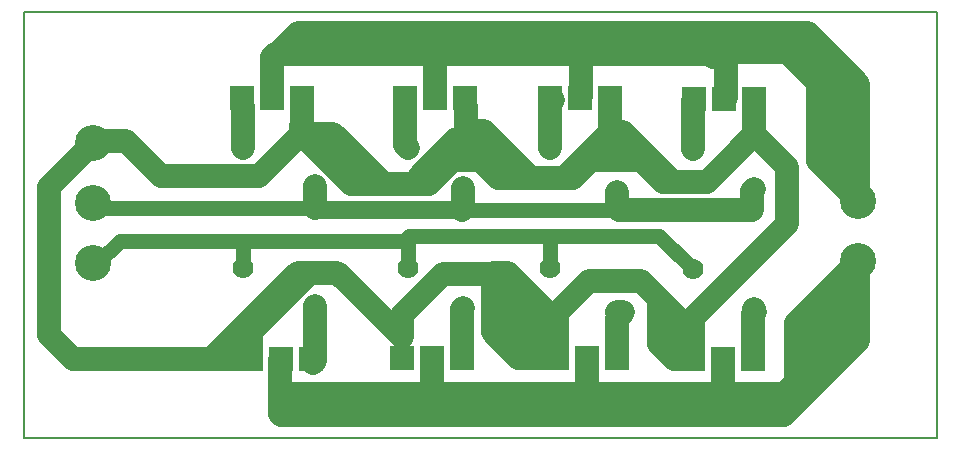
<source format=gbr>
G04 PROTEUS GERBER X2 FILE*
%TF.GenerationSoftware,Labcenter,Proteus,8.13-SP0-Build31525*%
%TF.CreationDate,2025-01-18T15:37:42+00:00*%
%TF.FileFunction,Copper,L2,Bot*%
%TF.FilePolarity,Positive*%
%TF.Part,Single*%
%TF.SameCoordinates,{6578d0ff-8a4d-4828-9911-fb9daf4c42ae}*%
%FSLAX45Y45*%
%MOMM*%
G01*
%TA.AperFunction,Conductor*%
%ADD13C,2.032000*%
%ADD14C,1.270000*%
%ADD15C,0.254000*%
%ADD16C,1.524000*%
%TA.AperFunction,ComponentPad*%
%ADD10C,3.048000*%
%ADD11R,2.032000X2.032000*%
%TA.AperFunction,ComponentPad*%
%ADD12C,1.778000*%
%TA.AperFunction,NonConductor*%
%ADD17C,0.203200*%
%TD.AperFunction*%
D13*
X+1870000Y+2476000D02*
X+1870000Y+2798400D01*
X+1866000Y+2900000D01*
X+3470000Y+3274444D02*
X+3507826Y+3274444D01*
X+4716473Y+3274444D01*
X+4734879Y+3256038D01*
X+4734879Y+2904879D01*
X+4730000Y+2900000D01*
X+5680000Y+2466000D02*
X+5680000Y+2874000D01*
X+5696000Y+2890000D01*
X+4470000Y+2476000D02*
X+4470000Y+2850000D01*
X+4500000Y+2880000D01*
X+4476000Y+2900000D01*
X+3270000Y+2476000D02*
X+3246000Y+2500000D01*
X+3246000Y+2900000D01*
X+5888019Y+3274444D02*
X+5856183Y+3242608D01*
X+4716473Y+3274444D02*
X+5888019Y+3274444D01*
X+5961932Y+3274444D01*
X+5961932Y+2901932D01*
X+5950000Y+2890000D01*
X+4777487Y+212754D02*
X+3507488Y+212754D01*
X+5943188Y+212754D02*
X+4777487Y+212754D01*
X+6194000Y+690000D02*
X+6194000Y+1070958D01*
X+6207004Y+1083962D01*
X+6200000Y+1114000D01*
X+5038000Y+700000D02*
X+5038000Y+1031576D01*
X+5090386Y+1083962D01*
X+5040000Y+1084000D01*
X+3730000Y+700000D02*
X+3730000Y+1114000D01*
X+3740000Y+1124000D01*
X+2480000Y+1134000D02*
X+2480000Y+670000D01*
X+2464493Y+654493D01*
X+2450000Y+690000D01*
X+3740000Y+2140000D02*
X+3740000Y+1965169D01*
X+3730000Y+1955169D01*
D14*
X+4470000Y+1460000D02*
X+4470000Y+1721303D01*
X+4482996Y+1734299D01*
X+5680000Y+1450000D02*
X+5395701Y+1734299D01*
X+5268309Y+1734299D01*
X+4482996Y+1734299D01*
X+3280000Y+1734299D01*
D13*
X+5040000Y+2100000D02*
X+5040000Y+2000000D01*
D14*
X+5040000Y+1968743D01*
X+5053574Y+1955169D01*
X+5040000Y+2000000D02*
X+5030000Y+1990000D01*
D13*
X+5053574Y+1955169D02*
X+6182463Y+1955169D01*
X+6182463Y+2112463D01*
X+6200000Y+2130000D01*
X+6204000Y+2590378D02*
X+6204000Y+2890000D01*
X+2374000Y+2900000D02*
X+2374000Y+2674530D01*
X+2364735Y+2665265D01*
X+4664380Y+2218020D02*
X+4800000Y+2353640D01*
X+4816785Y+2370425D01*
X+4830000Y+2370425D01*
X+4984000Y+2370425D02*
X+4830000Y+2370425D01*
X+4530000Y+960000D02*
X+4530000Y+1006281D01*
X+2364735Y+2595265D02*
X+2364735Y+2665265D01*
D14*
X+3280000Y+1734299D02*
X+3280000Y+1690000D01*
X+3270000Y+1690000D01*
X+1870000Y+1690000D01*
X+1870000Y+1460000D02*
X+1870000Y+1690000D01*
X+3270000Y+1460000D02*
X+3270000Y+1690000D01*
X+3270000Y+1724299D01*
X+3280000Y+1734299D01*
X+1870000Y+1690000D02*
X+830000Y+1690000D01*
X+752400Y+1612400D01*
X+600000Y+1504000D01*
D13*
X+5685507Y+906039D02*
X+5685507Y+1035507D01*
X+6480000Y+1830000D01*
X+6480000Y+2314378D01*
X+6204000Y+2590378D01*
D14*
X+600000Y+2012000D02*
X+642000Y+1970000D01*
X+2480000Y+1970000D01*
D15*
X+3730000Y+1955169D02*
X+3740000Y+1955169D01*
D14*
X+5053574Y+1955169D01*
D13*
X+2480000Y+2150000D02*
X+2480000Y+1970000D01*
D16*
X+2480000Y+1960000D01*
X+2484831Y+1955169D01*
X+3730000Y+1955169D01*
D13*
X+3500000Y+2900000D02*
X+3500000Y+3244444D01*
X+3470000Y+3274444D01*
X+2190000Y+390000D02*
X+3476000Y+390000D01*
X+4784000Y+390000D01*
X+5940000Y+390000D01*
X+3476000Y+700000D02*
X+3476000Y+390000D01*
X+3476000Y+244242D01*
X+3507488Y+212754D01*
X+2197246Y+212754D01*
X+2190000Y+220000D01*
X+2190000Y+390000D01*
X+2190000Y+684000D01*
X+2196000Y+690000D01*
X+4784000Y+700000D02*
X+4784000Y+390000D01*
X+4784000Y+219267D01*
X+4777487Y+212754D01*
X+5940000Y+690000D02*
X+5940000Y+390000D01*
X+5940000Y+215942D01*
X+5943188Y+212754D01*
X+7080000Y+1020000D02*
X+7080000Y+840000D01*
X+6452754Y+212754D01*
X+5943188Y+212754D01*
X+5940000Y+390000D02*
X+6450000Y+390000D01*
X+6555000Y+495000D01*
X+7080000Y+1020000D01*
X+7080000Y+1250000D02*
X+7019252Y+1250000D01*
X+6555000Y+785748D01*
X+7080000Y+1522000D02*
X+7080000Y+1250000D01*
X+7080000Y+1522000D02*
X+6555000Y+997000D01*
X+6555000Y+785748D01*
X+6555000Y+690000D02*
X+6590000Y+690000D01*
X+7080000Y+1180000D01*
X+7080000Y+1250000D02*
X+7080000Y+1180000D01*
X+7080000Y+1020000D01*
X+6555000Y+785748D02*
X+6555000Y+690000D01*
X+6555000Y+495000D01*
D15*
X+2171295Y+3274444D02*
X+2120000Y+3223149D01*
X+2085208Y+3188357D01*
D13*
X+2120000Y+2900000D02*
X+2120000Y+3223149D01*
X+2120000Y+3248647D01*
X+2145797Y+3274444D01*
X+2171295Y+3274444D01*
X+3470000Y+3274444D01*
X+7080000Y+2030000D02*
X+7080000Y+2160000D01*
X+7080000Y+2910000D02*
X+6593044Y+3396956D01*
X+6514869Y+3396956D01*
X+7080000Y+2690000D02*
X+7080000Y+2910000D01*
X+7080000Y+3022018D01*
X+6655980Y+3446038D01*
X+2342889Y+3446038D01*
X+2171295Y+3274444D01*
X+7080000Y+2030000D02*
X+6745000Y+2365000D01*
X+6745000Y+3025000D01*
X+6484445Y+3285555D01*
X+5899130Y+3285555D01*
X+5888019Y+3274444D01*
X+7080000Y+2210000D02*
X+6820000Y+2470000D01*
X+6820000Y+2850000D01*
X+7080000Y+2160000D02*
X+7080000Y+2210000D01*
X+7080000Y+2430000D02*
X+6968879Y+2541121D01*
X+6968879Y+2801121D01*
X+6968879Y+2912270D01*
X+7080000Y+2690000D02*
X+6968879Y+2801121D01*
X+6745000Y+3025000D01*
X+7080000Y+2430000D02*
X+7080000Y+2690000D01*
X+7080000Y+2380000D02*
X+6882985Y+2577015D01*
X+6882985Y+2826377D01*
X+7080000Y+2210000D02*
X+7080000Y+2380000D01*
X+7080000Y+2430000D01*
X+2364735Y+2594735D02*
X+2365265Y+2594735D01*
X+2364735Y+2595265D01*
X+2364735Y+2594735D01*
X+2010000Y+2240000D01*
X+1179614Y+2240000D01*
X+881595Y+2538019D01*
X+618019Y+2538019D01*
X+600000Y+2520000D01*
X+3764058Y+2620000D02*
X+3764058Y+2798400D01*
X+3754000Y+2900000D01*
X+3764058Y+2550000D02*
X+3901385Y+2550000D01*
X+4233365Y+2218020D01*
X+3764058Y+2371401D02*
X+3878598Y+2371401D01*
X+4031979Y+2218020D01*
X+4233365Y+2218020D01*
X+3764058Y+2371401D02*
X+3764058Y+2550000D01*
X+3764058Y+2620000D01*
X+3764058Y+2371401D02*
X+3641402Y+2371401D01*
X+3445074Y+2175073D01*
X+3243542Y+2175073D01*
X+2784927Y+2175073D01*
X+2365265Y+2594735D01*
X+5426714Y+2187343D02*
X+5243632Y+2370425D01*
X+5052655Y+2561402D01*
X+4984000Y+2561402D01*
X+4964501Y+2561402D01*
X+4984000Y+2370425D02*
X+4984000Y+2561402D01*
X+4984000Y+2370425D02*
X+5243632Y+2370425D01*
X+4984000Y+2610000D02*
X+5090221Y+2610000D01*
X+5512878Y+2187343D01*
X+4984000Y+2610000D02*
X+4984000Y+2900000D01*
X+5426714Y+2187343D02*
X+5512878Y+2187343D01*
X+5800965Y+2187343D01*
X+6064782Y+2451160D01*
X+6204000Y+2590378D01*
X+4233365Y+2218020D02*
X+4530000Y+2218020D01*
X+4984000Y+2561402D02*
X+4984000Y+2590000D01*
X+4984000Y+2610000D01*
X+1600000Y+690000D02*
X+2041987Y+1131987D01*
X+2046239Y+1131987D01*
X+2127044Y+1131987D01*
X+1942000Y+690000D02*
X+1600000Y+690000D01*
X+433640Y+690000D01*
X+228261Y+895379D01*
X+228261Y+2148261D01*
X+600000Y+2520000D01*
X+4490000Y+980000D02*
X+4297899Y+980000D01*
X+4141809Y+1136090D01*
X+4055638Y+1222261D01*
X+4055638Y+1420000D01*
X+3990000Y+1420000D02*
X+4055638Y+1420000D01*
X+4116281Y+1420000D01*
X+4262126Y+1274155D01*
X+4530000Y+1006281D01*
X+5686000Y+690000D02*
X+5523473Y+690000D01*
X+5393344Y+820129D01*
X+5393344Y+1198202D01*
X+5340773Y+1250773D01*
X+4530000Y+1006281D02*
X+4530000Y+1080000D01*
X+4800000Y+1350000D01*
X+5241546Y+1350000D01*
X+5340773Y+1250773D01*
X+5393344Y+1198202D02*
X+5685507Y+906039D01*
X+5686000Y+690000D02*
X+5685507Y+690493D01*
X+5483618Y+892382D01*
X+5483618Y+988368D01*
X+5685507Y+906039D02*
X+5685507Y+690493D01*
X+4530000Y+700000D02*
X+4204490Y+700000D01*
X+4154119Y+750371D01*
X+3990000Y+914490D01*
X+3990000Y+1152487D01*
X+4530000Y+820000D02*
X+4195282Y+820000D01*
X+4026914Y+988368D01*
X+4026914Y+1115573D01*
X+4026914Y+1323086D01*
X+3990000Y+1360000D01*
X+4530000Y+960000D02*
X+4530000Y+820000D01*
X+4530000Y+700000D01*
X+3990000Y+1420000D02*
X+3990000Y+1360000D01*
X+3990000Y+1152487D01*
X+4026914Y+1115573D01*
X+4227980Y+914507D01*
X+4484507Y+914507D01*
X+4530000Y+960000D01*
X+3764058Y+2550000D02*
X+3679999Y+2550000D01*
X+3360000Y+2230001D01*
X+3360000Y+2220000D01*
X+2365265Y+2594735D02*
X+2638438Y+2594735D01*
X+3022673Y+2210500D01*
X+2687280Y+2545893D01*
X+2474590Y+2545893D01*
X+4984000Y+2590000D02*
X+4960000Y+2590000D01*
X+4588020Y+2218020D01*
X+4530000Y+2218020D01*
X+4588020Y+2218020D02*
X+4664380Y+2218020D01*
X+3764058Y+2620000D02*
X+3910000Y+2620000D01*
X+4274267Y+2255733D01*
X+4274267Y+2251401D01*
X+1942000Y+690000D02*
X+1942000Y+880000D01*
X+1942000Y+922000D01*
X+2441401Y+1421401D01*
X+2441402Y+1421402D01*
X+2460000Y+1421401D01*
X+1942000Y+922000D02*
X+1942000Y+1027748D01*
X+2046239Y+1131987D01*
X+2335653Y+1421401D01*
X+2441402Y+1421402D01*
X+2441401Y+1421401D01*
X+2460000Y+1421401D01*
X+2520000Y+1421401D02*
X+2673092Y+1421401D01*
X+2460000Y+1421401D02*
X+2520000Y+1421401D01*
X+2673092Y+1421401D02*
X+2722174Y+1372319D01*
X+3222000Y+872493D01*
D15*
X+3222000Y+700000D02*
X+3222000Y+872493D01*
D13*
X+3222000Y+1062000D01*
X+3570000Y+1410000D01*
X+3940000Y+1410000D01*
X+3990000Y+1360000D01*
D10*
X+600000Y+2520000D03*
X+600000Y+2012000D03*
X+600000Y+1504000D03*
D11*
X+1866000Y+2900000D03*
X+2120000Y+2900000D03*
X+2374000Y+2900000D03*
X+3246000Y+2900000D03*
X+3500000Y+2900000D03*
X+3754000Y+2900000D03*
X+4476000Y+2900000D03*
X+4730000Y+2900000D03*
X+4984000Y+2900000D03*
X+5696000Y+2890000D03*
X+5950000Y+2890000D03*
X+6204000Y+2890000D03*
D12*
X+4470000Y+1460000D03*
X+4470000Y+2476000D03*
X+1870000Y+1460000D03*
X+1870000Y+2476000D03*
X+3270000Y+1460000D03*
X+3270000Y+2476000D03*
X+5680000Y+1450000D03*
X+5680000Y+2466000D03*
D11*
X+2450000Y+690000D03*
X+2196000Y+690000D03*
X+1942000Y+690000D03*
X+3730000Y+700000D03*
X+3476000Y+700000D03*
X+3222000Y+700000D03*
X+5038000Y+700000D03*
X+4784000Y+700000D03*
X+4530000Y+700000D03*
D10*
X+7080000Y+2030000D03*
X+7080000Y+1522000D03*
D11*
X+6194000Y+690000D03*
X+5940000Y+690000D03*
X+5686000Y+690000D03*
D12*
X+3740000Y+2140000D03*
X+3740000Y+1124000D03*
X+6200000Y+2130000D03*
X+6200000Y+1114000D03*
X+2480000Y+2150000D03*
X+2480000Y+1134000D03*
X+5040000Y+2100000D03*
X+5040000Y+1084000D03*
D17*
X+20000Y+20000D02*
X+7750000Y+20000D01*
X+7750000Y+3630000D01*
X+20000Y+3630000D01*
X+20000Y+20000D01*
M02*

</source>
